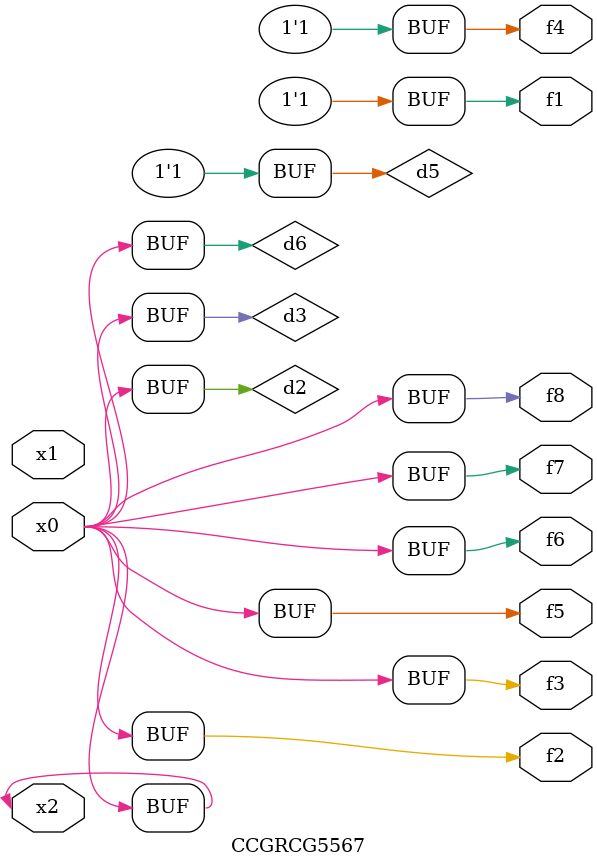
<source format=v>
module CCGRCG5567(
	input x0, x1, x2,
	output f1, f2, f3, f4, f5, f6, f7, f8
);

	wire d1, d2, d3, d4, d5, d6;

	xnor (d1, x2);
	buf (d2, x0, x2);
	and (d3, x0);
	xnor (d4, x1, x2);
	nand (d5, d1, d3);
	buf (d6, d2, d3);
	assign f1 = d5;
	assign f2 = d6;
	assign f3 = d6;
	assign f4 = d5;
	assign f5 = d6;
	assign f6 = d6;
	assign f7 = d6;
	assign f8 = d6;
endmodule

</source>
